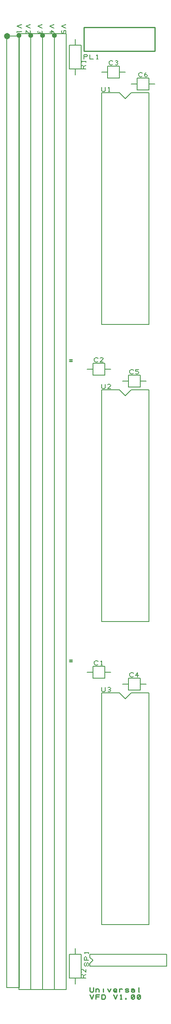
<source format=gbr>
G04 DesignSpark PCB Gerber Version 13.0 Build *
%FSLAX35Y35*%
%MOIN*%
%ADD11C,0.00500*%
%ADD10C,0.01000*%
X0Y0D02*
D02*
D10*
X66721Y291950D02*
X69221D01*
Y293200D02*
X66721D01*
Y544450D02*
X69221D01*
Y545700D02*
X66721D01*
X79221Y805388D02*
X139221D01*
Y825388D01*
X79221D01*
Y805388D01*
X84221Y17575D02*
Y14763D01*
X84534Y14138D01*
X85159Y13825D01*
X86409D01*
X87034Y14138D01*
X87346Y14763D01*
Y17575D01*
X89221Y13825D02*
Y16325D01*
Y15388D02*
X89534Y16013D01*
X90159Y16325D01*
X90784D01*
X91409Y16013D01*
X91721Y15388D01*
Y13825D01*
X95471D02*
Y16325D01*
Y17263D02*
X99221Y16325D02*
X100471Y13825D01*
X101721Y16325D01*
X106721Y14138D02*
X106409Y13825D01*
X105784D01*
X105159D01*
X104534Y14138D01*
X104221Y14763D01*
Y15700D01*
X104534Y16013D01*
X105159Y16325D01*
X105784D01*
X106409Y16013D01*
X106721Y15700D01*
Y15388D01*
X106409Y15075D01*
X105784Y14763D01*
X105159D01*
X104534Y15075D01*
X104221Y15388D01*
X109221Y13825D02*
Y16325D01*
Y15388D02*
X109534Y16013D01*
X110159Y16325D01*
X110784D01*
X111409Y16013D01*
X114221Y14138D02*
X114846Y13825D01*
X116096D01*
X116721Y14138D01*
Y14763D01*
X116096Y15075D01*
X114846D01*
X114221Y15388D01*
Y16013D01*
X114846Y16325D01*
X116096D01*
X116721Y16013D01*
X119221D02*
X119846Y16325D01*
X120784D01*
X121409Y16013D01*
X121721Y15388D01*
Y14450D01*
X121409Y14138D01*
X120784Y13825D01*
X120159D01*
X119534Y14138D01*
X119221Y14450D01*
Y14763D01*
X119534Y15075D01*
X120159Y15388D01*
X120784D01*
X121409Y15075D01*
X121721Y14763D01*
Y14450D02*
Y13825D01*
X125784D02*
X125471D01*
Y17575D01*
X84221Y11575D02*
X85784Y7825D01*
X87346Y11575D01*
X89221Y7825D02*
Y11575D01*
X92346D01*
X91721Y9700D02*
X89221D01*
X94221Y7825D02*
Y11575D01*
X96096D01*
X96721Y11263D01*
X97034Y10950D01*
X97346Y10325D01*
Y9075D01*
X97034Y8450D01*
X96721Y8138D01*
X96096Y7825D01*
X94221D01*
X104221Y11575D02*
X105784Y7825D01*
X107346Y11575D01*
X109846Y7825D02*
X111096D01*
X110471D02*
Y11575D01*
X109846Y10950D01*
X114534Y7825D02*
X114846Y8138D01*
X114534Y8450D01*
X114221Y8138D01*
X114534Y7825D01*
X119534Y8138D02*
X120159Y7825D01*
X120784D01*
X121409Y8138D01*
X121721Y8763D01*
Y10638D01*
X121409Y11263D01*
X120784Y11575D01*
X120159D01*
X119534Y11263D01*
X119221Y10638D01*
Y8763D01*
X119534Y8138D01*
X121409Y11263D01*
X124534Y8138D02*
X125159Y7825D01*
X125784D01*
X126409Y8138D01*
X126721Y8763D01*
Y10638D01*
X126409Y11263D01*
X125784Y11575D01*
X125159D01*
X124534Y11263D01*
X124221Y10638D01*
Y8763D01*
X124534Y8138D01*
X126409Y11263D01*
D02*
D11*
X13946Y818163D02*
Y17612D01*
X24497D01*
Y818163D01*
X13946D01*
X14221Y820388D02*
G75*
G03*
Y815758I0J-2315D01*
G01*
G75*
G03*
Y820388I0J2315D01*
G01*
G36*
X14221Y820388D02*
G75*
G03*
Y815758I0J-2315D01*
G01*
G75*
G03*
Y820388I0J2315D01*
G01*
G37*
X26409Y827888D02*
X22659Y826325D01*
X26409Y824763D01*
X22659Y822263D02*
Y821013D01*
Y821638D02*
X26409D01*
X25784Y822263D01*
X24221Y820526D02*
G75*
G03*
Y816888I0J-1819D01*
G01*
G75*
G03*
Y820526I0J1819D01*
G01*
G36*
X24221Y820526D02*
G75*
G03*
Y816888I0J-1819D01*
G01*
G75*
G03*
Y820526I0J1819D01*
G01*
G37*
X24253Y820093D02*
Y15683D01*
X34190D01*
Y820093D01*
X24253D01*
X33909Y827888D02*
X30159Y826325D01*
X33909Y824763D01*
X30159Y820388D02*
Y822888D01*
X32346Y820700D01*
X32971Y820388D01*
X33596Y820700D01*
X33909Y821325D01*
Y822263D01*
X33596Y822888D01*
X34221Y820526D02*
G75*
G03*
Y816888I0J-1819D01*
G01*
G75*
G03*
Y820526I0J1819D01*
G01*
G36*
X34221Y820526D02*
G75*
G03*
Y816888I0J-1819D01*
G01*
G75*
G03*
Y820526I0J1819D01*
G01*
G37*
X34253Y820093D02*
Y15683D01*
X44190D01*
Y820093D01*
X34253D01*
X43909Y827888D02*
X40159Y826325D01*
X43909Y824763D01*
X40471Y822575D02*
X40159Y821950D01*
Y821325D01*
X40471Y820700D01*
X41096Y820388D01*
X41721Y820700D01*
X42034Y821325D01*
Y821950D01*
Y821325D02*
X42346Y820700D01*
X42971Y820388D01*
X43596Y820700D01*
X43909Y821325D01*
Y821950D01*
X43596Y822575D01*
X44221Y820526D02*
G75*
G03*
Y816888I0J-1819D01*
G01*
G75*
G03*
Y820526I0J1819D01*
G01*
G36*
X44221Y820526D02*
G75*
G03*
Y816888I0J-1819D01*
G01*
G75*
G03*
Y820526I0J1819D01*
G01*
G37*
X44253Y820093D02*
Y15683D01*
X54190D01*
Y820093D01*
X44253D01*
X53909Y827888D02*
X50159Y826325D01*
X53909Y824763D01*
X50159Y821325D02*
X53909D01*
X51409Y822888D01*
Y820388D01*
X54221Y820526D02*
G75*
G03*
Y816888I0J-1819D01*
G01*
G75*
G03*
Y820526I0J1819D01*
G01*
G36*
X54221Y820526D02*
G75*
G03*
Y816888I0J-1819D01*
G01*
G75*
G03*
Y820526I0J1819D01*
G01*
G37*
X54253Y820093D02*
Y15683D01*
X64190D01*
Y820093D01*
X54253D01*
X63909Y827888D02*
X60159Y826325D01*
X63909Y824763D01*
X60471Y822888D02*
X60159Y822263D01*
Y821325D01*
X60471Y820700D01*
X61096Y820388D01*
X61409D01*
X62034Y820700D01*
X62346Y821325D01*
Y822888D01*
X63909D01*
Y820388D01*
X71721Y20388D02*
Y25388D01*
Y45388D02*
Y50388D01*
Y785388D02*
Y790388D01*
Y810388D02*
Y815388D01*
X76721Y25388D02*
X66721D01*
Y45388D01*
X76721D01*
Y25388D01*
Y790388D02*
X66721D01*
Y810388D01*
X76721D01*
Y790388D01*
X79221Y798825D02*
Y802575D01*
X81409D01*
X82034Y802263D01*
X82346Y801638D01*
X82034Y801013D01*
X81409Y800700D01*
X79221D01*
X84221Y802575D02*
Y798825D01*
X87346D01*
X89846D02*
X91096D01*
X90471D02*
Y802575D01*
X89846Y801950D01*
X80784Y25388D02*
X77034D01*
Y27575D01*
X77346Y28200D01*
X77971Y28513D01*
X78596Y28200D01*
X78909Y27575D01*
Y25388D01*
Y27575D02*
X80784Y28513D01*
Y32888D02*
Y30388D01*
X78596Y32575D01*
X77971Y32888D01*
X77346Y32575D01*
X77034Y31950D01*
Y31013D01*
X77346Y30388D01*
X81721Y282888D02*
X86721D01*
X81721Y537888D02*
X86721D01*
X80784Y790388D02*
X77034D01*
Y792575D01*
X77346Y793200D01*
X77971Y793513D01*
X78596Y793200D01*
X78909Y792575D01*
Y790388D01*
Y792575D02*
X80784Y793513D01*
Y796013D02*
Y797263D01*
Y796638D02*
X77034D01*
X77659Y796013D01*
X82346Y35388D02*
X82971Y35700D01*
X83284Y36325D01*
Y37575D01*
X82971Y38200D01*
X82346Y38513D01*
X81721Y38200D01*
X81409Y37575D01*
Y36325D01*
X81096Y35700D01*
X80471Y35388D01*
X79846Y35700D01*
X79534Y36325D01*
Y37575D01*
X79846Y38200D01*
X80471Y38513D01*
X83284Y40388D02*
X79534D01*
Y42575D01*
X79846Y43200D01*
X80471Y43513D01*
X81096Y43200D01*
X81409Y42575D01*
Y40388D01*
X83284Y46013D02*
Y47263D01*
Y46638D02*
X79534D01*
X80159Y46013D01*
X86721Y277888D02*
Y287888D01*
X96721D01*
Y277888D01*
X86721D01*
Y532888D02*
Y542888D01*
X96721D01*
Y532888D01*
X86721D01*
X91096Y289450D02*
X90784Y289138D01*
X90159Y288825D01*
X89221D01*
X88596Y289138D01*
X88284Y289450D01*
X87971Y290075D01*
Y291325D01*
X88284Y291950D01*
X88596Y292263D01*
X89221Y292575D01*
X90159D01*
X90784Y292263D01*
X91096Y291950D01*
X93596Y288825D02*
X94846D01*
X94221D02*
Y292575D01*
X93596Y291950D01*
X91096Y544450D02*
X90784Y544138D01*
X90159Y543825D01*
X89221D01*
X88596Y544138D01*
X88284Y544450D01*
X87971Y545075D01*
Y546325D01*
X88284Y546950D01*
X88596Y547263D01*
X89221Y547575D01*
X90159D01*
X90784Y547263D01*
X91096Y546950D01*
X95471Y543825D02*
X92971D01*
X95159Y546013D01*
X95471Y546638D01*
X95159Y547263D01*
X94534Y547575D01*
X93596D01*
X92971Y547263D01*
X94221Y70388D02*
Y265388D01*
X109221D01*
X114221Y260388D01*
X119221Y265388D01*
X134221D01*
Y70388D01*
X94221D01*
Y270075D02*
Y267263D01*
X94534Y266638D01*
X95159Y266325D01*
X96409D01*
X97034Y266638D01*
X97346Y267263D01*
Y270075D01*
X99534Y266638D02*
X100159Y266325D01*
X100784D01*
X101409Y266638D01*
X101721Y267263D01*
X101409Y267888D01*
X100784Y268200D01*
X100159D01*
X100784D02*
X101409Y268513D01*
X101721Y269138D01*
X101409Y269763D01*
X100784Y270075D01*
X100159D01*
X99534Y269763D01*
X94221Y325388D02*
Y520388D01*
X109221D01*
X114221Y515388D01*
X119221Y520388D01*
X134221D01*
Y325388D01*
X94221D01*
Y525075D02*
Y522263D01*
X94534Y521638D01*
X95159Y521325D01*
X96409D01*
X97034Y521638D01*
X97346Y522263D01*
Y525075D01*
X101721Y521325D02*
X99221D01*
X101409Y523513D01*
X101721Y524138D01*
X101409Y524763D01*
X100784Y525075D01*
X99846D01*
X99221Y524763D01*
X94221Y575388D02*
Y770388D01*
X109221D01*
X114221Y765388D01*
X119221Y770388D01*
X134221D01*
Y575388D01*
X94221D01*
Y775075D02*
Y772263D01*
X94534Y771638D01*
X95159Y771325D01*
X96409D01*
X97034Y771638D01*
X97346Y772263D01*
Y775075D01*
X99846Y771325D02*
X101096D01*
X100471D02*
Y775075D01*
X99846Y774450D01*
X94221Y787888D02*
X99221D01*
X96721Y282888D02*
X101721D01*
X96721Y537888D02*
X101721D01*
X99221Y782888D02*
Y792888D01*
X109221D01*
Y782888D01*
X99221D01*
X103596Y794450D02*
X103284Y794138D01*
X102659Y793825D01*
X101721D01*
X101096Y794138D01*
X100784Y794450D01*
X100471Y795075D01*
Y796325D01*
X100784Y796950D01*
X101096Y797263D01*
X101721Y797575D01*
X102659D01*
X103284Y797263D01*
X103596Y796950D01*
X105784Y794138D02*
X106409Y793825D01*
X107034D01*
X107659Y794138D01*
X107971Y794763D01*
X107659Y795388D01*
X107034Y795700D01*
X106409D01*
X107034D02*
X107659Y796013D01*
X107971Y796638D01*
X107659Y797263D01*
X107034Y797575D01*
X106409D01*
X105784Y797263D01*
X109221Y787888D02*
X114221D01*
X111721Y272888D02*
X116721D01*
X111721Y527888D02*
X116721D01*
Y267888D02*
Y277888D01*
X126721D01*
Y267888D01*
X116721D01*
Y522888D02*
Y532888D01*
X126721D01*
Y522888D01*
X116721D01*
X121096Y279450D02*
X120784Y279138D01*
X120159Y278825D01*
X119221D01*
X118596Y279138D01*
X118284Y279450D01*
X117971Y280075D01*
Y281325D01*
X118284Y281950D01*
X118596Y282263D01*
X119221Y282575D01*
X120159D01*
X120784Y282263D01*
X121096Y281950D01*
X124534Y278825D02*
Y282575D01*
X122971Y280075D01*
X125471D01*
X121096Y534450D02*
X120784Y534138D01*
X120159Y533825D01*
X119221D01*
X118596Y534138D01*
X118284Y534450D01*
X117971Y535075D01*
Y536325D01*
X118284Y536950D01*
X118596Y537263D01*
X119221Y537575D01*
X120159D01*
X120784Y537263D01*
X121096Y536950D01*
X122971Y534138D02*
X123596Y533825D01*
X124534D01*
X125159Y534138D01*
X125471Y534763D01*
Y535075D01*
X125159Y535700D01*
X124534Y536013D01*
X122971D01*
Y537575D01*
X125471D01*
X119221Y777888D02*
X124221D01*
Y772888D02*
Y782888D01*
X134221D01*
Y772888D01*
X124221D01*
X128596Y784450D02*
X128284Y784138D01*
X127659Y783825D01*
X126721D01*
X126096Y784138D01*
X125784Y784450D01*
X125471Y785075D01*
Y786325D01*
X125784Y786950D01*
X126096Y787263D01*
X126721Y787575D01*
X127659D01*
X128284Y787263D01*
X128596Y786950D01*
X130471Y784763D02*
X130784Y785388D01*
X131409Y785700D01*
X132034D01*
X132659Y785388D01*
X132971Y784763D01*
X132659Y784138D01*
X132034Y783825D01*
X131409D01*
X130784Y784138D01*
X130471Y784763D01*
Y785700D01*
X130784Y786638D01*
X131409Y787263D01*
X132034Y787575D01*
X126721Y272888D02*
X131721D01*
X126721Y527888D02*
X131721D01*
X134221Y777888D02*
X139221D01*
X149221Y35388D02*
X84221D01*
Y37888D01*
X86721Y40388D01*
X84221Y42888D01*
Y45388D01*
X149221D01*
Y35388D01*
X0Y0D02*
M02*

</source>
